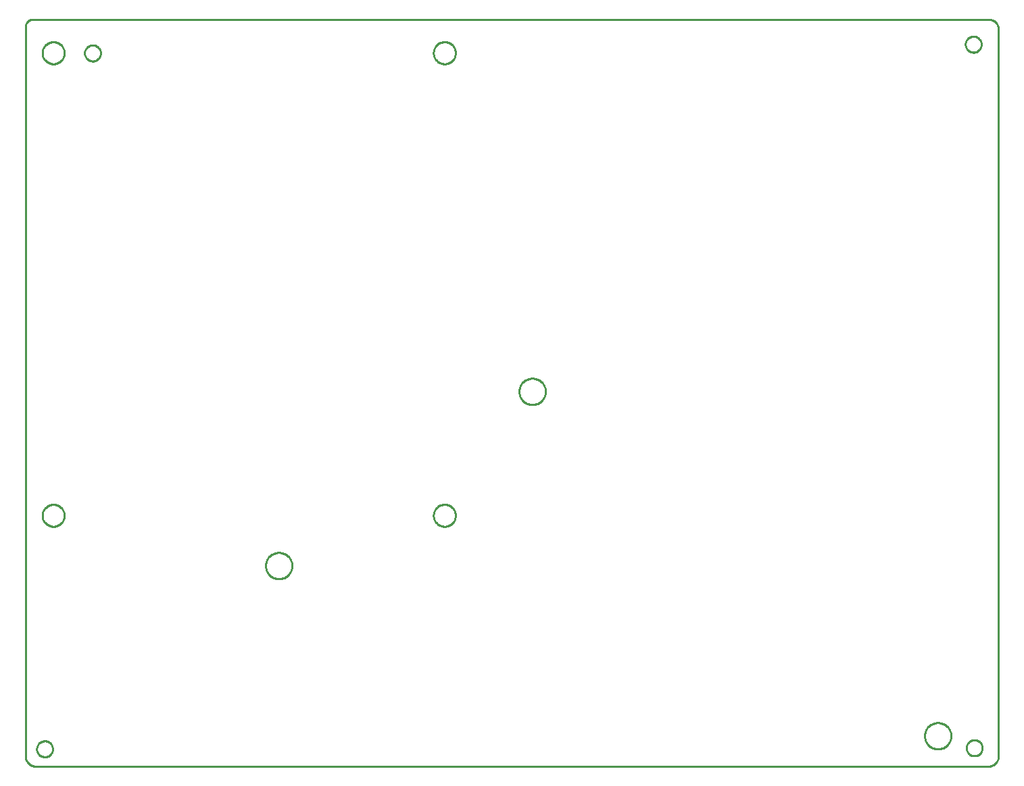
<source format=gbr>
G04 EAGLE Gerber RS-274X export*
G75*
%MOMM*%
%FSLAX34Y34*%
%LPD*%
%IN*%
%IPPOS*%
%AMOC8*
5,1,8,0,0,1.08239X$1,22.5*%
G01*
%ADD10C,0.254000*%


D10*
X0Y12700D02*
X48Y11593D01*
X193Y10495D01*
X433Y9413D01*
X766Y8356D01*
X1190Y7333D01*
X1701Y6350D01*
X2297Y5416D01*
X2971Y4537D01*
X3720Y3720D01*
X4537Y2971D01*
X5416Y2297D01*
X6350Y1701D01*
X7333Y1190D01*
X8356Y766D01*
X9413Y433D01*
X10495Y193D01*
X11593Y48D01*
X12700Y0D01*
X1206300Y0D01*
X1207407Y48D01*
X1208505Y193D01*
X1209587Y433D01*
X1210644Y766D01*
X1211667Y1190D01*
X1212650Y1701D01*
X1213584Y2297D01*
X1214463Y2971D01*
X1215280Y3720D01*
X1216029Y4537D01*
X1216703Y5416D01*
X1217299Y6350D01*
X1217810Y7333D01*
X1218234Y8356D01*
X1218567Y9413D01*
X1218807Y10495D01*
X1218952Y11593D01*
X1219000Y12700D01*
X1219000Y924000D01*
X1218952Y925089D01*
X1218810Y926171D01*
X1218574Y927235D01*
X1218246Y928275D01*
X1217829Y929283D01*
X1217325Y930250D01*
X1216739Y931170D01*
X1216076Y932035D01*
X1215339Y932839D01*
X1214535Y933576D01*
X1213670Y934239D01*
X1212750Y934825D01*
X1211783Y935329D01*
X1210775Y935746D01*
X1209735Y936074D01*
X1208671Y936310D01*
X1207589Y936452D01*
X1206500Y936500D01*
X9400Y936500D01*
X8581Y936464D01*
X7768Y936357D01*
X6967Y936180D01*
X6185Y935933D01*
X5427Y935619D01*
X4700Y935241D01*
X4008Y934800D01*
X3358Y934301D01*
X2753Y933747D01*
X2199Y933142D01*
X1700Y932492D01*
X1259Y931800D01*
X881Y931073D01*
X567Y930315D01*
X320Y929533D01*
X143Y928732D01*
X36Y927919D01*
X0Y927100D01*
X0Y12700D01*
X1197485Y904673D02*
X1197409Y903803D01*
X1197257Y902943D01*
X1197031Y902099D01*
X1196732Y901278D01*
X1196363Y900487D01*
X1195927Y899731D01*
X1195426Y899015D01*
X1194864Y898346D01*
X1194247Y897729D01*
X1193578Y897167D01*
X1192862Y896666D01*
X1192106Y896230D01*
X1191315Y895861D01*
X1190494Y895562D01*
X1189650Y895336D01*
X1188790Y895184D01*
X1187920Y895108D01*
X1187047Y895108D01*
X1186177Y895184D01*
X1185317Y895336D01*
X1184473Y895562D01*
X1183653Y895861D01*
X1182861Y896230D01*
X1182105Y896666D01*
X1181390Y897167D01*
X1180721Y897729D01*
X1180103Y898346D01*
X1179542Y899015D01*
X1179041Y899731D01*
X1178604Y900487D01*
X1178235Y901278D01*
X1177936Y902099D01*
X1177710Y902943D01*
X1177559Y903803D01*
X1177482Y904673D01*
X1177482Y905546D01*
X1177559Y906416D01*
X1177710Y907276D01*
X1177936Y908120D01*
X1178235Y908940D01*
X1178604Y909732D01*
X1179041Y910488D01*
X1179542Y911204D01*
X1180103Y911873D01*
X1180721Y912490D01*
X1181390Y913052D01*
X1182105Y913552D01*
X1182861Y913989D01*
X1183653Y914358D01*
X1184473Y914657D01*
X1185317Y914883D01*
X1186177Y915035D01*
X1187047Y915111D01*
X1187920Y915111D01*
X1188790Y915035D01*
X1189650Y914883D01*
X1190494Y914657D01*
X1191315Y914358D01*
X1192106Y913989D01*
X1192862Y913552D01*
X1193578Y913052D01*
X1194247Y912490D01*
X1194864Y911873D01*
X1195426Y911204D01*
X1195927Y910488D01*
X1196363Y909732D01*
X1196732Y908940D01*
X1197031Y908120D01*
X1197257Y907276D01*
X1197409Y906416D01*
X1197485Y905546D01*
X1197485Y904673D01*
X94209Y893668D02*
X94133Y892798D01*
X93981Y891938D01*
X93755Y891094D01*
X93457Y890274D01*
X93087Y889482D01*
X92651Y888726D01*
X92150Y888010D01*
X91588Y887341D01*
X90971Y886724D01*
X90302Y886162D01*
X89587Y885662D01*
X88830Y885225D01*
X88039Y884856D01*
X87218Y884557D01*
X86374Y884331D01*
X85514Y884179D01*
X84644Y884103D01*
X83771Y884103D01*
X82901Y884179D01*
X82041Y884331D01*
X81197Y884557D01*
X80377Y884856D01*
X79585Y885225D01*
X78829Y885662D01*
X78114Y886162D01*
X77445Y886724D01*
X76827Y887341D01*
X76266Y888010D01*
X75765Y888726D01*
X75328Y889482D01*
X74959Y890274D01*
X74660Y891094D01*
X74434Y891938D01*
X74283Y892798D01*
X74207Y893668D01*
X74207Y894541D01*
X74283Y895411D01*
X74434Y896271D01*
X74660Y897115D01*
X74959Y897936D01*
X75328Y898727D01*
X75765Y899483D01*
X76266Y900199D01*
X76827Y900868D01*
X77445Y901485D01*
X78114Y902047D01*
X78829Y902548D01*
X79585Y902984D01*
X80377Y903353D01*
X81197Y903652D01*
X82041Y903878D01*
X82901Y904030D01*
X83771Y904106D01*
X84644Y904106D01*
X85514Y904030D01*
X86374Y903878D01*
X87218Y903652D01*
X88039Y903353D01*
X88830Y902984D01*
X89587Y902548D01*
X90302Y902047D01*
X90971Y901485D01*
X91588Y900868D01*
X92150Y900199D01*
X92651Y899483D01*
X93087Y898727D01*
X93457Y897936D01*
X93755Y897115D01*
X93981Y896271D01*
X94133Y895411D01*
X94209Y894541D01*
X94209Y893668D01*
X34209Y21258D02*
X34132Y20388D01*
X33981Y19528D01*
X33755Y18685D01*
X33456Y17864D01*
X33087Y17073D01*
X32650Y16316D01*
X32149Y15601D01*
X31588Y14932D01*
X30970Y14314D01*
X30301Y13753D01*
X29586Y13252D01*
X28830Y12815D01*
X28038Y12446D01*
X27218Y12148D01*
X26374Y11922D01*
X25514Y11770D01*
X24644Y11694D01*
X23771Y11694D01*
X22901Y11770D01*
X22041Y11922D01*
X21197Y12148D01*
X20376Y12446D01*
X19585Y12815D01*
X18828Y13252D01*
X18113Y13753D01*
X17444Y14314D01*
X16827Y14932D01*
X16265Y15601D01*
X15764Y16316D01*
X15328Y17073D01*
X14959Y17864D01*
X14660Y18685D01*
X14434Y19528D01*
X14282Y20388D01*
X14206Y21258D01*
X14206Y22132D01*
X14282Y23002D01*
X14434Y23862D01*
X14660Y24705D01*
X14959Y25526D01*
X15328Y26318D01*
X15764Y27074D01*
X16265Y27789D01*
X16827Y28458D01*
X17444Y29076D01*
X18113Y29637D01*
X18828Y30138D01*
X19585Y30575D01*
X20376Y30944D01*
X21197Y31243D01*
X22041Y31469D01*
X22901Y31620D01*
X23771Y31696D01*
X24644Y31696D01*
X25514Y31620D01*
X26374Y31469D01*
X27218Y31243D01*
X28038Y30944D01*
X28830Y30575D01*
X29586Y30138D01*
X30301Y29637D01*
X30970Y29076D01*
X31588Y28458D01*
X32149Y27789D01*
X32650Y27074D01*
X33087Y26318D01*
X33456Y25526D01*
X33755Y24705D01*
X33981Y23862D01*
X34132Y23002D01*
X34209Y22132D01*
X34209Y21258D01*
X1198705Y22535D02*
X1198629Y21665D01*
X1198477Y20805D01*
X1198251Y19961D01*
X1197952Y19140D01*
X1197583Y18349D01*
X1197146Y17592D01*
X1196646Y16877D01*
X1196084Y16208D01*
X1195467Y15591D01*
X1194798Y15029D01*
X1194082Y14528D01*
X1193326Y14092D01*
X1192534Y13722D01*
X1191714Y13424D01*
X1190870Y13198D01*
X1190010Y13046D01*
X1189140Y12970D01*
X1188267Y12970D01*
X1187397Y13046D01*
X1186537Y13198D01*
X1185693Y13424D01*
X1184873Y13722D01*
X1184081Y14092D01*
X1183325Y14528D01*
X1182609Y15029D01*
X1181940Y15591D01*
X1181323Y16208D01*
X1180761Y16877D01*
X1180260Y17592D01*
X1179824Y18349D01*
X1179455Y19140D01*
X1179156Y19961D01*
X1178930Y20805D01*
X1178778Y21665D01*
X1178702Y22535D01*
X1178702Y23408D01*
X1178778Y24278D01*
X1178930Y25138D01*
X1179156Y25982D01*
X1179455Y26802D01*
X1179824Y27594D01*
X1180260Y28350D01*
X1180761Y29065D01*
X1181323Y29734D01*
X1181940Y30352D01*
X1182609Y30913D01*
X1183325Y31414D01*
X1184081Y31851D01*
X1184873Y32220D01*
X1185693Y32519D01*
X1186537Y32745D01*
X1187397Y32896D01*
X1188267Y32972D01*
X1189140Y32972D01*
X1190010Y32896D01*
X1190870Y32745D01*
X1191714Y32519D01*
X1192534Y32220D01*
X1193326Y31851D01*
X1194082Y31414D01*
X1194798Y30913D01*
X1195467Y30352D01*
X1196084Y29734D01*
X1196646Y29065D01*
X1197146Y28350D01*
X1197583Y27594D01*
X1197952Y26802D01*
X1198251Y25982D01*
X1198477Y25138D01*
X1198629Y24278D01*
X1198705Y23408D01*
X1198705Y22535D01*
X334010Y250920D02*
X333939Y249841D01*
X333798Y248769D01*
X333587Y247709D01*
X333308Y246665D01*
X332960Y245641D01*
X332546Y244643D01*
X332068Y243673D01*
X331528Y242737D01*
X330927Y241838D01*
X330269Y240981D01*
X329557Y240168D01*
X328792Y239404D01*
X327979Y238691D01*
X327122Y238033D01*
X326223Y237432D01*
X325287Y236892D01*
X324317Y236414D01*
X323319Y236000D01*
X322295Y235652D01*
X321251Y235373D01*
X320191Y235162D01*
X319119Y235021D01*
X318040Y234950D01*
X316960Y234950D01*
X315881Y235021D01*
X314809Y235162D01*
X313749Y235373D01*
X312705Y235652D01*
X311681Y236000D01*
X310683Y236414D01*
X309713Y236892D01*
X308777Y237432D01*
X307878Y238033D01*
X307021Y238691D01*
X306208Y239404D01*
X305444Y240168D01*
X304731Y240981D01*
X304073Y241838D01*
X303472Y242737D01*
X302932Y243673D01*
X302454Y244643D01*
X302040Y245641D01*
X301692Y246665D01*
X301413Y247709D01*
X301202Y248769D01*
X301061Y249841D01*
X300990Y250920D01*
X300990Y252000D01*
X301061Y253079D01*
X301202Y254151D01*
X301413Y255211D01*
X301692Y256255D01*
X302040Y257279D01*
X302454Y258277D01*
X302932Y259247D01*
X303472Y260183D01*
X304073Y261082D01*
X304731Y261939D01*
X305444Y262752D01*
X306208Y263517D01*
X307021Y264229D01*
X307878Y264887D01*
X308777Y265488D01*
X309713Y266028D01*
X310683Y266506D01*
X311681Y266920D01*
X312705Y267268D01*
X313749Y267547D01*
X314809Y267758D01*
X315881Y267899D01*
X316960Y267970D01*
X318040Y267970D01*
X319119Y267899D01*
X320191Y267758D01*
X321251Y267547D01*
X322295Y267268D01*
X323319Y266920D01*
X324317Y266506D01*
X325287Y266028D01*
X326223Y265488D01*
X327122Y264887D01*
X327979Y264229D01*
X328792Y263517D01*
X329557Y262752D01*
X330269Y261939D01*
X330927Y261082D01*
X331528Y260183D01*
X332068Y259247D01*
X332546Y258277D01*
X332960Y257279D01*
X333308Y256255D01*
X333587Y255211D01*
X333798Y254151D01*
X333939Y253079D01*
X334010Y252000D01*
X334010Y250920D01*
X34509Y328150D02*
X33529Y328080D01*
X32557Y327940D01*
X31597Y327731D01*
X30655Y327455D01*
X29735Y327111D01*
X28841Y326703D01*
X27979Y326233D01*
X27153Y325702D01*
X26367Y325113D01*
X25625Y324470D01*
X24930Y323775D01*
X24287Y323033D01*
X23698Y322247D01*
X23167Y321421D01*
X22697Y320559D01*
X22289Y319665D01*
X21945Y318745D01*
X21669Y317803D01*
X21460Y316843D01*
X21320Y315871D01*
X21250Y314891D01*
X21250Y313909D01*
X21320Y312929D01*
X21460Y311957D01*
X21669Y310997D01*
X21945Y310055D01*
X22289Y309135D01*
X22697Y308241D01*
X23167Y307379D01*
X23698Y306553D01*
X24287Y305767D01*
X24930Y305025D01*
X25625Y304330D01*
X26367Y303687D01*
X27153Y303098D01*
X27979Y302567D01*
X28841Y302097D01*
X29735Y301689D01*
X30655Y301345D01*
X31597Y301069D01*
X32557Y300860D01*
X33529Y300720D01*
X34509Y300650D01*
X35491Y300650D01*
X36471Y300720D01*
X37443Y300860D01*
X38403Y301069D01*
X39345Y301345D01*
X40265Y301689D01*
X41159Y302097D01*
X42021Y302567D01*
X42847Y303098D01*
X43633Y303687D01*
X44375Y304330D01*
X45070Y305025D01*
X45713Y305767D01*
X46302Y306553D01*
X46833Y307379D01*
X47303Y308241D01*
X47711Y309135D01*
X48055Y310055D01*
X48331Y310997D01*
X48540Y311957D01*
X48680Y312929D01*
X48750Y313909D01*
X48750Y314891D01*
X48680Y315871D01*
X48540Y316843D01*
X48331Y317803D01*
X48055Y318745D01*
X47711Y319665D01*
X47303Y320559D01*
X46833Y321421D01*
X46302Y322247D01*
X45713Y323033D01*
X45070Y323775D01*
X44375Y324470D01*
X43633Y325113D01*
X42847Y325702D01*
X42021Y326233D01*
X41159Y326703D01*
X40265Y327111D01*
X39345Y327455D01*
X38403Y327731D01*
X37443Y327940D01*
X36471Y328080D01*
X35491Y328150D01*
X34509Y328150D01*
X524509Y328150D02*
X523529Y328080D01*
X522557Y327940D01*
X521597Y327731D01*
X520655Y327455D01*
X519735Y327111D01*
X518841Y326703D01*
X517979Y326233D01*
X517153Y325702D01*
X516367Y325113D01*
X515625Y324470D01*
X514930Y323775D01*
X514287Y323033D01*
X513698Y322247D01*
X513167Y321421D01*
X512697Y320559D01*
X512289Y319665D01*
X511945Y318745D01*
X511669Y317803D01*
X511460Y316843D01*
X511320Y315871D01*
X511250Y314891D01*
X511250Y313909D01*
X511320Y312929D01*
X511460Y311957D01*
X511669Y310997D01*
X511945Y310055D01*
X512289Y309135D01*
X512697Y308241D01*
X513167Y307379D01*
X513698Y306553D01*
X514287Y305767D01*
X514930Y305025D01*
X515625Y304330D01*
X516367Y303687D01*
X517153Y303098D01*
X517979Y302567D01*
X518841Y302097D01*
X519735Y301689D01*
X520655Y301345D01*
X521597Y301069D01*
X522557Y300860D01*
X523529Y300720D01*
X524509Y300650D01*
X525491Y300650D01*
X526471Y300720D01*
X527443Y300860D01*
X528403Y301069D01*
X529345Y301345D01*
X530265Y301689D01*
X531159Y302097D01*
X532021Y302567D01*
X532847Y303098D01*
X533633Y303687D01*
X534375Y304330D01*
X535070Y305025D01*
X535713Y305767D01*
X536302Y306553D01*
X536833Y307379D01*
X537303Y308241D01*
X537711Y309135D01*
X538055Y310055D01*
X538331Y310997D01*
X538540Y311957D01*
X538680Y312929D01*
X538750Y313909D01*
X538750Y314891D01*
X538680Y315871D01*
X538540Y316843D01*
X538331Y317803D01*
X538055Y318745D01*
X537711Y319665D01*
X537303Y320559D01*
X536833Y321421D01*
X536302Y322247D01*
X535713Y323033D01*
X535070Y323775D01*
X534375Y324470D01*
X533633Y325113D01*
X532847Y325702D01*
X532021Y326233D01*
X531159Y326703D01*
X530265Y327111D01*
X529345Y327455D01*
X528403Y327731D01*
X527443Y327940D01*
X526471Y328080D01*
X525491Y328150D01*
X524509Y328150D01*
X34509Y908150D02*
X33529Y908080D01*
X32557Y907940D01*
X31597Y907731D01*
X30655Y907455D01*
X29735Y907111D01*
X28841Y906703D01*
X27979Y906233D01*
X27153Y905702D01*
X26367Y905113D01*
X25625Y904470D01*
X24930Y903775D01*
X24287Y903033D01*
X23698Y902247D01*
X23167Y901421D01*
X22697Y900559D01*
X22289Y899665D01*
X21945Y898745D01*
X21669Y897803D01*
X21460Y896843D01*
X21320Y895871D01*
X21250Y894891D01*
X21250Y893909D01*
X21320Y892929D01*
X21460Y891957D01*
X21669Y890997D01*
X21945Y890055D01*
X22289Y889135D01*
X22697Y888241D01*
X23167Y887379D01*
X23698Y886553D01*
X24287Y885767D01*
X24930Y885025D01*
X25625Y884330D01*
X26367Y883687D01*
X27153Y883098D01*
X27979Y882567D01*
X28841Y882097D01*
X29735Y881689D01*
X30655Y881345D01*
X31597Y881069D01*
X32557Y880860D01*
X33529Y880720D01*
X34509Y880650D01*
X35491Y880650D01*
X36471Y880720D01*
X37443Y880860D01*
X38403Y881069D01*
X39345Y881345D01*
X40265Y881689D01*
X41159Y882097D01*
X42021Y882567D01*
X42847Y883098D01*
X43633Y883687D01*
X44375Y884330D01*
X45070Y885025D01*
X45713Y885767D01*
X46302Y886553D01*
X46833Y887379D01*
X47303Y888241D01*
X47711Y889135D01*
X48055Y890055D01*
X48331Y890997D01*
X48540Y891957D01*
X48680Y892929D01*
X48750Y893909D01*
X48750Y894891D01*
X48680Y895871D01*
X48540Y896843D01*
X48331Y897803D01*
X48055Y898745D01*
X47711Y899665D01*
X47303Y900559D01*
X46833Y901421D01*
X46302Y902247D01*
X45713Y903033D01*
X45070Y903775D01*
X44375Y904470D01*
X43633Y905113D01*
X42847Y905702D01*
X42021Y906233D01*
X41159Y906703D01*
X40265Y907111D01*
X39345Y907455D01*
X38403Y907731D01*
X37443Y907940D01*
X36471Y908080D01*
X35491Y908150D01*
X34509Y908150D01*
X524509Y908150D02*
X523529Y908080D01*
X522557Y907940D01*
X521597Y907731D01*
X520655Y907455D01*
X519735Y907111D01*
X518841Y906703D01*
X517979Y906233D01*
X517153Y905702D01*
X516367Y905113D01*
X515625Y904470D01*
X514930Y903775D01*
X514287Y903033D01*
X513698Y902247D01*
X513167Y901421D01*
X512697Y900559D01*
X512289Y899665D01*
X511945Y898745D01*
X511669Y897803D01*
X511460Y896843D01*
X511320Y895871D01*
X511250Y894891D01*
X511250Y893909D01*
X511320Y892929D01*
X511460Y891957D01*
X511669Y890997D01*
X511945Y890055D01*
X512289Y889135D01*
X512697Y888241D01*
X513167Y887379D01*
X513698Y886553D01*
X514287Y885767D01*
X514930Y885025D01*
X515625Y884330D01*
X516367Y883687D01*
X517153Y883098D01*
X517979Y882567D01*
X518841Y882097D01*
X519735Y881689D01*
X520655Y881345D01*
X521597Y881069D01*
X522557Y880860D01*
X523529Y880720D01*
X524509Y880650D01*
X525491Y880650D01*
X526471Y880720D01*
X527443Y880860D01*
X528403Y881069D01*
X529345Y881345D01*
X530265Y881689D01*
X531159Y882097D01*
X532021Y882567D01*
X532847Y883098D01*
X533633Y883687D01*
X534375Y884330D01*
X535070Y885025D01*
X535713Y885767D01*
X536302Y886553D01*
X536833Y887379D01*
X537303Y888241D01*
X537711Y889135D01*
X538055Y890055D01*
X538331Y890997D01*
X538540Y891957D01*
X538680Y892929D01*
X538750Y893909D01*
X538750Y894891D01*
X538680Y895871D01*
X538540Y896843D01*
X538331Y897803D01*
X538055Y898745D01*
X537711Y899665D01*
X537303Y900559D01*
X536833Y901421D01*
X536302Y902247D01*
X535713Y903033D01*
X535070Y903775D01*
X534375Y904470D01*
X533633Y905113D01*
X532847Y905702D01*
X532021Y906233D01*
X531159Y906703D01*
X530265Y907111D01*
X529345Y907455D01*
X528403Y907731D01*
X527443Y907940D01*
X526471Y908080D01*
X525491Y908150D01*
X524509Y908150D01*
X635540Y486410D02*
X636619Y486339D01*
X637691Y486198D01*
X638751Y485987D01*
X639795Y485708D01*
X640819Y485360D01*
X641817Y484946D01*
X642787Y484468D01*
X643723Y483928D01*
X644622Y483327D01*
X645479Y482669D01*
X646292Y481957D01*
X647057Y481192D01*
X647769Y480379D01*
X648427Y479522D01*
X649028Y478623D01*
X649568Y477687D01*
X650046Y476717D01*
X650460Y475719D01*
X650808Y474695D01*
X651087Y473651D01*
X651298Y472591D01*
X651439Y471519D01*
X651510Y470440D01*
X651510Y469360D01*
X651439Y468281D01*
X651298Y467209D01*
X651087Y466149D01*
X650808Y465105D01*
X650460Y464081D01*
X650046Y463083D01*
X649568Y462113D01*
X649028Y461177D01*
X648427Y460278D01*
X647769Y459421D01*
X647057Y458608D01*
X646292Y457844D01*
X645479Y457131D01*
X644622Y456473D01*
X643723Y455872D01*
X642787Y455332D01*
X641817Y454854D01*
X640819Y454440D01*
X639795Y454092D01*
X638751Y453813D01*
X637691Y453602D01*
X636619Y453461D01*
X635540Y453390D01*
X634460Y453390D01*
X633381Y453461D01*
X632309Y453602D01*
X631249Y453813D01*
X630205Y454092D01*
X629181Y454440D01*
X628183Y454854D01*
X627213Y455332D01*
X626277Y455872D01*
X625378Y456473D01*
X624521Y457131D01*
X623708Y457844D01*
X622944Y458608D01*
X622231Y459421D01*
X621573Y460278D01*
X620972Y461177D01*
X620432Y462113D01*
X619954Y463083D01*
X619540Y464081D01*
X619192Y465105D01*
X618913Y466149D01*
X618702Y467209D01*
X618561Y468281D01*
X618490Y469360D01*
X618490Y470440D01*
X618561Y471519D01*
X618702Y472591D01*
X618913Y473651D01*
X619192Y474695D01*
X619540Y475719D01*
X619954Y476717D01*
X620432Y477687D01*
X620972Y478623D01*
X621573Y479522D01*
X622231Y480379D01*
X622944Y481192D01*
X623708Y481957D01*
X624521Y482669D01*
X625378Y483327D01*
X626277Y483928D01*
X627213Y484468D01*
X628183Y484946D01*
X629181Y485360D01*
X630205Y485708D01*
X631249Y485987D01*
X632309Y486198D01*
X633381Y486339D01*
X634460Y486410D01*
X635540Y486410D01*
X1143540Y54610D02*
X1144619Y54539D01*
X1145691Y54398D01*
X1146751Y54187D01*
X1147795Y53908D01*
X1148819Y53560D01*
X1149817Y53146D01*
X1150787Y52668D01*
X1151723Y52128D01*
X1152622Y51527D01*
X1153479Y50869D01*
X1154292Y50157D01*
X1155057Y49392D01*
X1155769Y48579D01*
X1156427Y47722D01*
X1157028Y46823D01*
X1157568Y45887D01*
X1158046Y44917D01*
X1158460Y43919D01*
X1158808Y42895D01*
X1159087Y41851D01*
X1159298Y40791D01*
X1159439Y39719D01*
X1159510Y38640D01*
X1159510Y37560D01*
X1159439Y36481D01*
X1159298Y35409D01*
X1159087Y34349D01*
X1158808Y33305D01*
X1158460Y32281D01*
X1158046Y31283D01*
X1157568Y30313D01*
X1157028Y29377D01*
X1156427Y28478D01*
X1155769Y27621D01*
X1155057Y26808D01*
X1154292Y26044D01*
X1153479Y25331D01*
X1152622Y24673D01*
X1151723Y24072D01*
X1150787Y23532D01*
X1149817Y23054D01*
X1148819Y22640D01*
X1147795Y22292D01*
X1146751Y22013D01*
X1145691Y21802D01*
X1144619Y21661D01*
X1143540Y21590D01*
X1142460Y21590D01*
X1141381Y21661D01*
X1140309Y21802D01*
X1139249Y22013D01*
X1138205Y22292D01*
X1137181Y22640D01*
X1136183Y23054D01*
X1135213Y23532D01*
X1134277Y24072D01*
X1133378Y24673D01*
X1132521Y25331D01*
X1131708Y26044D01*
X1130944Y26808D01*
X1130231Y27621D01*
X1129573Y28478D01*
X1128972Y29377D01*
X1128432Y30313D01*
X1127954Y31283D01*
X1127540Y32281D01*
X1127192Y33305D01*
X1126913Y34349D01*
X1126702Y35409D01*
X1126561Y36481D01*
X1126490Y37560D01*
X1126490Y38640D01*
X1126561Y39719D01*
X1126702Y40791D01*
X1126913Y41851D01*
X1127192Y42895D01*
X1127540Y43919D01*
X1127954Y44917D01*
X1128432Y45887D01*
X1128972Y46823D01*
X1129573Y47722D01*
X1130231Y48579D01*
X1130944Y49392D01*
X1131708Y50157D01*
X1132521Y50869D01*
X1133378Y51527D01*
X1134277Y52128D01*
X1135213Y52668D01*
X1136183Y53146D01*
X1137181Y53560D01*
X1138205Y53908D01*
X1139249Y54187D01*
X1140309Y54398D01*
X1141381Y54539D01*
X1142460Y54610D01*
X1143540Y54610D01*
M02*

</source>
